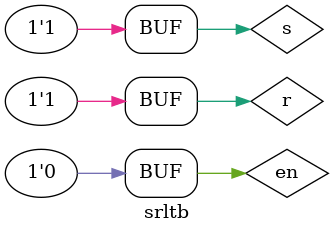
<source format=v>
module srltb;
reg s,r,en;
wire q,qb;
sren uut(.s(s),.r(r),.en(en),.q(q),.qb(qb));
initial begin
$dumpfile("sr.vcd");
$dumpvars;
$monitor($time,"s=%b,r=%b,en=%b,q=%b,qb=%b",s,r,en,q,qb);
s=0;r=0;
#5 s=0; r=0; en=0;
#15 s=0; r=1; en=0;
#25 s=1; r=0; en=0;
#35 s=1; r=1; en=0;
end
endmodule

</source>
